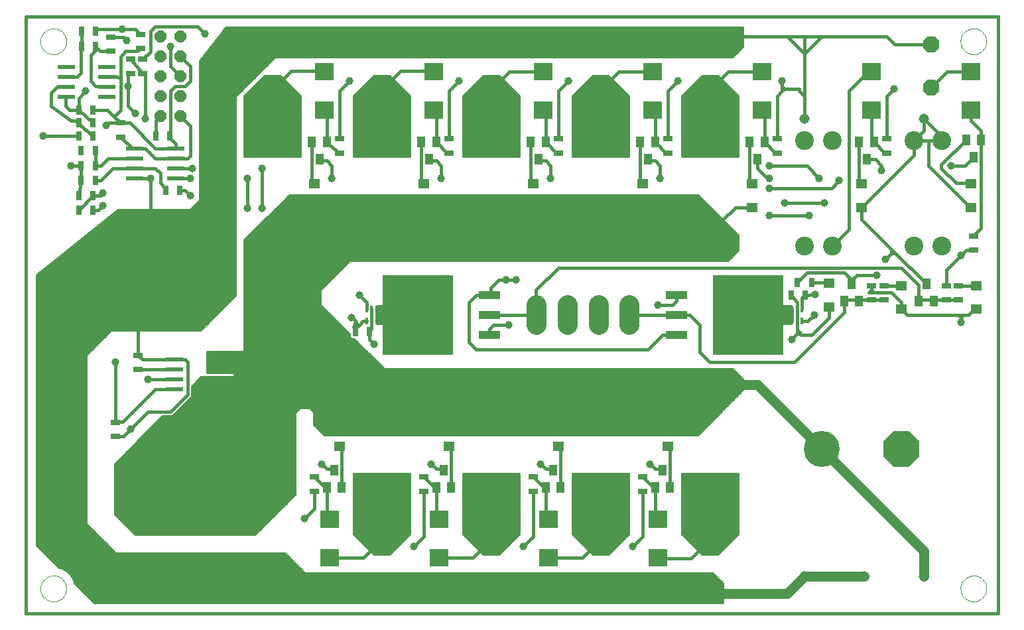
<source format=gtl>
G75*
G70*
%OFA0B0*%
%FSLAX24Y24*%
%IPPOS*%
%LPD*%
%AMOC8*
5,1,8,0,0,1.08239X$1,22.5*
%
%ADD10C,0.0160*%
%ADD11R,0.0625X0.1000*%
%ADD12R,0.0750X0.1000*%
%ADD13R,0.0394X0.0551*%
%ADD14R,0.0472X0.0315*%
%ADD15R,0.0315X0.0472*%
%ADD16R,0.0945X0.0866*%
%ADD17R,0.0551X0.0472*%
%ADD18R,0.1060X0.0400*%
%ADD19R,0.3520X0.4000*%
%ADD20R,0.0866X0.0236*%
%ADD21C,0.0945*%
%ADD22OC8,0.0827*%
%ADD23C,0.1004*%
%ADD24R,0.0870X0.0240*%
%ADD25C,0.1810*%
%ADD26OC8,0.1810*%
%ADD27R,0.0157X0.0354*%
%ADD28C,0.0515*%
%ADD29OC8,0.0600*%
%ADD30C,0.0000*%
%ADD31C,0.0827*%
%ADD32C,0.0396*%
%ADD33C,0.0500*%
D10*
X000180Y000180D02*
X000180Y030176D01*
X049050Y030176D01*
X049050Y000180D01*
X000180Y000180D01*
X002650Y001710D02*
X002608Y001866D01*
X002459Y002124D01*
X002249Y002334D01*
X001991Y002483D01*
X001835Y002525D01*
X000740Y003620D01*
X000740Y017178D01*
X004805Y020430D01*
X008430Y020430D01*
X008930Y020930D01*
X008930Y027930D01*
X010241Y029616D01*
X036180Y029616D01*
X036180Y028680D01*
X035680Y028180D01*
X012680Y028180D01*
X010680Y026180D01*
X010680Y016180D01*
X008930Y014430D01*
X004430Y014430D01*
X003180Y013180D01*
X003180Y004680D01*
X004680Y003180D01*
X013180Y003180D01*
X014180Y002180D01*
X034680Y002180D01*
X035180Y001680D01*
X035180Y000740D01*
X003620Y000740D01*
X002650Y001710D01*
X002635Y001765D02*
X035095Y001765D01*
X035180Y001607D02*
X002753Y001607D01*
X002912Y001448D02*
X035180Y001448D01*
X035180Y001290D02*
X003070Y001290D01*
X003229Y001131D02*
X035180Y001131D01*
X035180Y000973D02*
X003387Y000973D01*
X003546Y000814D02*
X035180Y000814D01*
X034555Y001180D02*
X034430Y001305D01*
X034430Y001597D01*
X034778Y002082D02*
X002483Y002082D01*
X002575Y001924D02*
X034936Y001924D01*
X033597Y002930D02*
X031930Y002930D01*
X031180Y004055D02*
X030680Y003555D01*
X030076Y003826D02*
X028034Y003826D01*
X027876Y003984D02*
X030234Y003984D01*
X030393Y004143D02*
X027717Y004143D01*
X027680Y004180D02*
X027680Y007180D01*
X030430Y007180D01*
X030430Y004180D01*
X029430Y003180D01*
X028680Y003180D01*
X027680Y004180D01*
X027680Y004301D02*
X030430Y004301D01*
X030430Y004460D02*
X027680Y004460D01*
X027680Y004618D02*
X030430Y004618D01*
X030430Y004777D02*
X027680Y004777D01*
X027680Y004935D02*
X030430Y004935D01*
X030430Y005094D02*
X027680Y005094D01*
X027680Y005252D02*
X030430Y005252D01*
X030430Y005411D02*
X027680Y005411D01*
X027680Y005569D02*
X030430Y005569D01*
X030430Y005728D02*
X027680Y005728D01*
X027680Y005886D02*
X030430Y005886D01*
X030430Y006045D02*
X027680Y006045D01*
X027680Y006203D02*
X030430Y006203D01*
X030430Y006362D02*
X027680Y006362D01*
X027680Y006520D02*
X030430Y006520D01*
X030430Y006679D02*
X027680Y006679D01*
X027680Y006837D02*
X030430Y006837D01*
X030430Y006996D02*
X027680Y006996D01*
X027680Y007154D02*
X030430Y007154D01*
X031180Y007034D02*
X031717Y006497D01*
X031806Y006497D01*
X031806Y005020D01*
X031930Y004896D01*
X031180Y004055D02*
X031180Y006326D01*
X032554Y006497D02*
X032554Y008715D01*
X032430Y008589D01*
X031555Y007680D02*
X031805Y007430D01*
X032113Y007430D01*
X032180Y007363D01*
X033180Y007180D02*
X035930Y007180D01*
X035930Y004180D01*
X034930Y003180D01*
X034180Y003180D01*
X033180Y004180D01*
X033180Y007180D01*
X033180Y007154D02*
X035930Y007154D01*
X035930Y006996D02*
X033180Y006996D01*
X033180Y006837D02*
X035930Y006837D01*
X035930Y006679D02*
X033180Y006679D01*
X033180Y006520D02*
X035930Y006520D01*
X035930Y006362D02*
X033180Y006362D01*
X033180Y006203D02*
X035930Y006203D01*
X035930Y006045D02*
X033180Y006045D01*
X033180Y005886D02*
X035930Y005886D01*
X035930Y005728D02*
X033180Y005728D01*
X033180Y005569D02*
X035930Y005569D01*
X035930Y005411D02*
X033180Y005411D01*
X033180Y005252D02*
X035930Y005252D01*
X035930Y005094D02*
X033180Y005094D01*
X033180Y004935D02*
X035930Y004935D01*
X035930Y004777D02*
X033180Y004777D01*
X033180Y004618D02*
X035930Y004618D01*
X035930Y004460D02*
X033180Y004460D01*
X033180Y004301D02*
X035930Y004301D01*
X035893Y004143D02*
X033217Y004143D01*
X033376Y003984D02*
X035734Y003984D01*
X035576Y003826D02*
X033534Y003826D01*
X033693Y003667D02*
X035417Y003667D01*
X035259Y003509D02*
X033851Y003509D01*
X034010Y003350D02*
X035100Y003350D01*
X034942Y003192D02*
X034168Y003192D01*
X034430Y003763D02*
X033597Y002930D01*
X029917Y003667D02*
X028193Y003667D01*
X028351Y003509D02*
X029759Y003509D01*
X029600Y003350D02*
X028510Y003350D01*
X028668Y003192D02*
X029442Y003192D01*
X028930Y003763D02*
X028131Y002964D01*
X026430Y002964D01*
X025680Y004055D02*
X025180Y003555D01*
X024734Y003984D02*
X022376Y003984D01*
X022534Y003826D02*
X024576Y003826D01*
X024417Y003667D02*
X022693Y003667D01*
X022851Y003509D02*
X024259Y003509D01*
X024100Y003350D02*
X023010Y003350D01*
X023168Y003192D02*
X023942Y003192D01*
X023930Y003180D02*
X023180Y003180D01*
X022180Y004180D01*
X022180Y007180D01*
X024930Y007180D01*
X024930Y004180D01*
X023930Y003180D01*
X023430Y003763D02*
X022631Y002964D01*
X020930Y002964D01*
X020180Y004055D02*
X019680Y003555D01*
X019076Y003826D02*
X017034Y003826D01*
X016876Y003984D02*
X019234Y003984D01*
X019393Y004143D02*
X016717Y004143D01*
X016680Y004180D02*
X016680Y007180D01*
X019430Y007180D01*
X019430Y004180D01*
X018430Y003180D01*
X017680Y003180D01*
X016680Y004180D01*
X016680Y004301D02*
X019430Y004301D01*
X019430Y004460D02*
X016680Y004460D01*
X016680Y004618D02*
X019430Y004618D01*
X019430Y004777D02*
X016680Y004777D01*
X016680Y004935D02*
X019430Y004935D01*
X019430Y005094D02*
X016680Y005094D01*
X016680Y005252D02*
X019430Y005252D01*
X019430Y005411D02*
X016680Y005411D01*
X016680Y005569D02*
X019430Y005569D01*
X019430Y005728D02*
X016680Y005728D01*
X016680Y005886D02*
X019430Y005886D01*
X019430Y006045D02*
X016680Y006045D01*
X016680Y006203D02*
X019430Y006203D01*
X019430Y006362D02*
X016680Y006362D01*
X016680Y006520D02*
X019430Y006520D01*
X019430Y006679D02*
X016680Y006679D01*
X016680Y006837D02*
X019430Y006837D01*
X019430Y006996D02*
X016680Y006996D01*
X016680Y007154D02*
X019430Y007154D01*
X020180Y007034D02*
X020717Y006497D01*
X020806Y006497D01*
X020806Y005020D01*
X020930Y004896D01*
X020180Y004055D02*
X020180Y006326D01*
X021554Y006497D02*
X021554Y008715D01*
X021430Y008589D01*
X020555Y007680D02*
X020805Y007430D01*
X021113Y007430D01*
X021180Y007363D01*
X022180Y007154D02*
X024930Y007154D01*
X024930Y006996D02*
X022180Y006996D01*
X022180Y006837D02*
X024930Y006837D01*
X024930Y006679D02*
X022180Y006679D01*
X022180Y006520D02*
X024930Y006520D01*
X024930Y006362D02*
X022180Y006362D01*
X022180Y006203D02*
X024930Y006203D01*
X024930Y006045D02*
X022180Y006045D01*
X022180Y005886D02*
X024930Y005886D01*
X024930Y005728D02*
X022180Y005728D01*
X022180Y005569D02*
X024930Y005569D01*
X024930Y005411D02*
X022180Y005411D01*
X022180Y005252D02*
X024930Y005252D01*
X024930Y005094D02*
X022180Y005094D01*
X022180Y004935D02*
X024930Y004935D01*
X024930Y004777D02*
X022180Y004777D01*
X022180Y004618D02*
X024930Y004618D01*
X024930Y004460D02*
X022180Y004460D01*
X022180Y004301D02*
X024930Y004301D01*
X024893Y004143D02*
X022217Y004143D01*
X018917Y003667D02*
X017193Y003667D01*
X017351Y003509D02*
X018759Y003509D01*
X018600Y003350D02*
X017510Y003350D01*
X017668Y003192D02*
X018442Y003192D01*
X017930Y003763D02*
X017131Y002964D01*
X015430Y002964D01*
X014119Y002241D02*
X002343Y002241D01*
X002137Y002399D02*
X013961Y002399D01*
X013802Y002558D02*
X001802Y002558D01*
X001644Y002716D02*
X013644Y002716D01*
X013485Y002875D02*
X001485Y002875D01*
X001327Y003033D02*
X013327Y003033D01*
X011680Y004180D02*
X005680Y004180D01*
X004680Y005180D01*
X004680Y007680D01*
X007038Y010065D01*
X007478Y010065D01*
X007566Y010102D01*
X007633Y010169D01*
X008508Y011044D01*
X008545Y011132D01*
X008545Y011590D01*
X008980Y012030D01*
X013080Y012030D01*
X013680Y011430D01*
X013680Y006180D01*
X011680Y004180D01*
X011801Y004301D02*
X005559Y004301D01*
X005400Y004460D02*
X011960Y004460D01*
X012118Y004618D02*
X005242Y004618D01*
X005083Y004777D02*
X012277Y004777D01*
X012435Y004935D02*
X004925Y004935D01*
X004766Y005094D02*
X012594Y005094D01*
X012752Y005252D02*
X004680Y005252D01*
X004680Y005411D02*
X012911Y005411D01*
X013069Y005569D02*
X004680Y005569D01*
X004680Y005728D02*
X013228Y005728D01*
X013386Y005886D02*
X004680Y005886D01*
X004680Y006045D02*
X013545Y006045D01*
X013680Y006203D02*
X004680Y006203D01*
X004680Y006362D02*
X013680Y006362D01*
X013680Y006520D02*
X004680Y006520D01*
X004680Y006679D02*
X013680Y006679D01*
X013680Y006837D02*
X004680Y006837D01*
X004680Y006996D02*
X013680Y006996D01*
X013680Y007154D02*
X004680Y007154D01*
X004680Y007313D02*
X013680Y007313D01*
X013680Y007471D02*
X004680Y007471D01*
X004680Y007630D02*
X013680Y007630D01*
X013680Y007788D02*
X004787Y007788D01*
X004943Y007947D02*
X013680Y007947D01*
X013680Y008105D02*
X005100Y008105D01*
X005257Y008264D02*
X013680Y008264D01*
X013680Y008422D02*
X005413Y008422D01*
X005570Y008581D02*
X013680Y008581D01*
X013680Y008739D02*
X005727Y008739D01*
X005884Y008898D02*
X013680Y008898D01*
X013680Y009056D02*
X006040Y009056D01*
X006197Y009215D02*
X013680Y009215D01*
X013680Y009373D02*
X006354Y009373D01*
X006510Y009532D02*
X013680Y009532D01*
X013680Y009690D02*
X006667Y009690D01*
X006824Y009849D02*
X013680Y009849D01*
X013680Y010007D02*
X006980Y010007D01*
X007430Y010305D02*
X006305Y010305D01*
X005430Y009430D01*
X005076Y009076D01*
X004680Y009076D01*
X004680Y009784D02*
X004701Y009805D01*
X005055Y009805D01*
X006680Y011430D01*
X007656Y011430D01*
X008305Y011180D02*
X007430Y010305D01*
X007630Y010166D02*
X013680Y010166D01*
X013555Y010180D02*
X010680Y010180D01*
X010680Y012305D01*
X009305Y012305D01*
X009305Y013305D01*
X014680Y013305D01*
X014680Y010305D01*
X014430Y010555D01*
X013930Y010555D01*
X013555Y010180D01*
X013680Y010324D02*
X007788Y010324D01*
X007947Y010483D02*
X013680Y010483D01*
X013680Y010641D02*
X008105Y010641D01*
X008264Y010800D02*
X013680Y010800D01*
X013680Y010958D02*
X008422Y010958D01*
X008538Y011117D02*
X013680Y011117D01*
X013680Y011275D02*
X008545Y011275D01*
X008545Y011434D02*
X013676Y011434D01*
X013518Y011592D02*
X008547Y011592D01*
X008704Y011751D02*
X013359Y011751D01*
X013201Y011909D02*
X008860Y011909D01*
X009305Y012385D02*
X014680Y012385D01*
X014680Y012543D02*
X009305Y012543D01*
X009305Y012702D02*
X014680Y012702D01*
X014680Y012860D02*
X009305Y012860D01*
X009305Y013019D02*
X014680Y013019D01*
X014680Y013177D02*
X009305Y013177D01*
X008305Y012805D02*
X008305Y011180D01*
X007656Y011930D02*
X006305Y011930D01*
X005805Y012451D02*
X007659Y012451D01*
X007680Y012430D01*
X007656Y012430D01*
X007656Y012930D02*
X006034Y012930D01*
X005805Y013159D01*
X005805Y014680D01*
X004287Y014287D02*
X000740Y014287D01*
X000740Y014445D02*
X008945Y014445D01*
X009104Y014604D02*
X000740Y014604D01*
X000740Y014762D02*
X009262Y014762D01*
X009421Y014921D02*
X000740Y014921D01*
X000740Y015079D02*
X009579Y015079D01*
X009738Y015238D02*
X000740Y015238D01*
X000740Y015396D02*
X009896Y015396D01*
X010055Y015555D02*
X000740Y015555D01*
X000740Y015713D02*
X010213Y015713D01*
X010372Y015872D02*
X000740Y015872D01*
X000740Y016030D02*
X010530Y016030D01*
X010680Y016189D02*
X000740Y016189D01*
X000740Y016347D02*
X010680Y016347D01*
X010680Y016506D02*
X000740Y016506D01*
X000740Y016664D02*
X010680Y016664D01*
X010680Y016823D02*
X000740Y016823D01*
X000740Y016981D02*
X010680Y016981D01*
X010680Y017140D02*
X000740Y017140D01*
X000890Y017298D02*
X010680Y017298D01*
X010680Y017457D02*
X001088Y017457D01*
X001286Y017615D02*
X010680Y017615D01*
X010680Y017774D02*
X001484Y017774D01*
X001683Y017932D02*
X010680Y017932D01*
X010680Y018091D02*
X001881Y018091D01*
X002079Y018249D02*
X010680Y018249D01*
X010680Y018408D02*
X002277Y018408D01*
X002475Y018566D02*
X010680Y018566D01*
X010680Y018725D02*
X002673Y018725D01*
X002871Y018883D02*
X010680Y018883D01*
X010680Y019042D02*
X003069Y019042D01*
X003268Y019200D02*
X010680Y019200D01*
X010680Y019359D02*
X003466Y019359D01*
X003664Y019517D02*
X010680Y019517D01*
X010680Y019676D02*
X003862Y019676D01*
X004060Y019834D02*
X010680Y019834D01*
X010680Y019993D02*
X004258Y019993D01*
X004456Y020151D02*
X010680Y020151D01*
X010680Y020310D02*
X004654Y020310D01*
X004055Y020680D02*
X003805Y020430D01*
X003534Y020430D01*
X002826Y020430D02*
X003555Y021180D01*
X003534Y021180D01*
X003555Y021180D02*
X003930Y021180D01*
X004055Y021305D01*
X003930Y021930D02*
X003659Y021930D01*
X003930Y021930D02*
X004555Y022555D01*
X005650Y022555D01*
X006680Y022555D01*
X006930Y022305D01*
X006930Y021805D01*
X007180Y021555D01*
X007201Y021430D01*
X007909Y021430D02*
X008180Y021430D01*
X008430Y021180D01*
X008930Y021102D02*
X010680Y021102D01*
X010680Y020944D02*
X008930Y020944D01*
X008785Y020785D02*
X010680Y020785D01*
X010680Y020627D02*
X008627Y020627D01*
X008468Y020468D02*
X010680Y020468D01*
X011305Y020555D02*
X011305Y022055D01*
X010680Y022053D02*
X008930Y022053D01*
X008930Y021895D02*
X010680Y021895D01*
X010680Y021736D02*
X008930Y021736D01*
X008930Y021578D02*
X010680Y021578D01*
X010680Y021419D02*
X008930Y021419D01*
X008930Y021261D02*
X010680Y021261D01*
X010680Y022212D02*
X008930Y022212D01*
X008930Y022370D02*
X010680Y022370D01*
X010680Y022529D02*
X008930Y022529D01*
X008930Y022687D02*
X010680Y022687D01*
X010680Y022846D02*
X008930Y022846D01*
X008930Y023004D02*
X010680Y023004D01*
X010680Y023163D02*
X008930Y023163D01*
X008930Y023321D02*
X010680Y023321D01*
X010680Y023480D02*
X008930Y023480D01*
X008930Y023638D02*
X010680Y023638D01*
X010680Y023797D02*
X008930Y023797D01*
X008930Y023955D02*
X010680Y023955D01*
X010680Y024114D02*
X008930Y024114D01*
X008930Y024272D02*
X010680Y024272D01*
X010680Y024431D02*
X008930Y024431D01*
X008930Y024589D02*
X010680Y024589D01*
X010680Y024748D02*
X008930Y024748D01*
X008930Y024906D02*
X010680Y024906D01*
X010680Y025065D02*
X008930Y025065D01*
X008930Y025223D02*
X010680Y025223D01*
X010680Y025382D02*
X008930Y025382D01*
X008930Y025540D02*
X010680Y025540D01*
X010680Y025699D02*
X008930Y025699D01*
X008930Y025857D02*
X010680Y025857D01*
X010680Y026016D02*
X008930Y026016D01*
X008930Y026174D02*
X010680Y026174D01*
X010833Y026333D02*
X008930Y026333D01*
X008930Y026491D02*
X010991Y026491D01*
X011150Y026650D02*
X008930Y026650D01*
X008930Y026808D02*
X011308Y026808D01*
X011467Y026967D02*
X008930Y026967D01*
X008930Y027125D02*
X011625Y027125D01*
X011784Y027284D02*
X008930Y027284D01*
X008930Y027442D02*
X011942Y027442D01*
X012101Y027601D02*
X008930Y027601D01*
X008930Y027759D02*
X012259Y027759D01*
X012418Y027918D02*
X008930Y027918D01*
X009044Y028076D02*
X012576Y028076D01*
X013513Y027430D02*
X015180Y027430D01*
X015180Y027396D01*
X015930Y026430D02*
X016430Y026930D01*
X015930Y026430D02*
X015930Y024034D01*
X015383Y023784D02*
X015304Y023863D01*
X015304Y025340D01*
X015180Y025464D01*
X013930Y025540D02*
X011180Y025540D01*
X011180Y025382D02*
X013930Y025382D01*
X013930Y025223D02*
X011180Y025223D01*
X011180Y025065D02*
X013930Y025065D01*
X013930Y024906D02*
X011180Y024906D01*
X011180Y024748D02*
X013930Y024748D01*
X013930Y024589D02*
X011180Y024589D01*
X011180Y024431D02*
X013930Y024431D01*
X013930Y024272D02*
X011180Y024272D01*
X011180Y024114D02*
X013930Y024114D01*
X013930Y023955D02*
X011180Y023955D01*
X011180Y023797D02*
X013930Y023797D01*
X013930Y023638D02*
X011180Y023638D01*
X011180Y023480D02*
X013930Y023480D01*
X013930Y023321D02*
X011180Y023321D01*
X011180Y023180D02*
X013930Y023180D01*
X013930Y026180D01*
X012930Y027180D01*
X012180Y027180D01*
X011180Y026180D01*
X011180Y023180D01*
X012055Y022555D02*
X012055Y020555D01*
X012401Y020151D02*
X034959Y020151D01*
X035117Y019993D02*
X012243Y019993D01*
X012084Y019834D02*
X035276Y019834D01*
X035180Y019930D02*
X035839Y020589D01*
X036680Y020589D01*
X037555Y020180D02*
X039555Y020180D01*
X040305Y020805D02*
X038305Y020805D01*
X037555Y021555D02*
X040680Y021555D01*
X041055Y021930D01*
X042056Y021895D02*
X042180Y021771D01*
X042056Y021895D02*
X042056Y023863D01*
X042680Y023987D02*
X042804Y023863D01*
X043341Y023326D01*
X043430Y023326D01*
X042863Y022997D02*
X042430Y022997D01*
X042863Y022997D02*
X043180Y022680D01*
X043180Y022430D01*
X044805Y023214D02*
X042180Y020589D01*
X042180Y019988D01*
X043784Y018384D01*
X043380Y017980D01*
X043730Y018280D02*
X043830Y018280D01*
X043784Y018384D02*
X045430Y016738D01*
X045056Y016679D02*
X044180Y017555D01*
X026930Y017555D01*
X025805Y016430D01*
X025805Y015216D01*
X025841Y015180D01*
X023490Y015180D01*
X023680Y014680D02*
X024430Y014680D01*
X023680Y014680D02*
X023490Y014490D01*
X023490Y014180D01*
X022805Y013430D02*
X031430Y013430D01*
X032180Y014180D01*
X032870Y014180D01*
X033555Y015180D02*
X034055Y014680D01*
X034055Y013305D01*
X034555Y012805D01*
X038805Y012805D01*
X041306Y015306D01*
X041306Y015872D01*
X041385Y015951D01*
X042680Y015951D01*
X043305Y015951D01*
X043680Y016305D02*
X042805Y016305D01*
X042555Y016305D01*
X042680Y016430D01*
X042805Y016305D01*
X042680Y016430D02*
X042680Y016659D01*
X043305Y016659D02*
X044166Y016659D01*
X044180Y016646D01*
X043680Y016305D02*
X044180Y015805D01*
X044180Y015464D01*
X044464Y015180D01*
X047055Y015180D01*
X047180Y015055D01*
X047305Y015180D01*
X047555Y015180D01*
X047839Y015464D01*
X047930Y015464D01*
X047305Y015180D02*
X047180Y015180D01*
X047180Y015055D01*
X047180Y014805D01*
X047180Y015180D02*
X047055Y015180D01*
X047055Y015951D02*
X046430Y015951D01*
X045135Y015951D01*
X045056Y015872D01*
X045056Y016679D01*
X046430Y016659D02*
X046430Y017430D01*
X047180Y018180D01*
X047451Y018451D01*
X047805Y018451D01*
X047805Y019159D02*
X047805Y019180D01*
X048180Y019555D01*
X048180Y024305D01*
X048179Y024304D01*
X048179Y023988D01*
X048180Y024305D02*
X048180Y024430D01*
X047680Y024930D01*
X047680Y025464D01*
X047431Y023988D02*
X046180Y022737D01*
X046180Y022555D01*
X046930Y021805D01*
X047680Y021805D01*
X047680Y021771D01*
X047363Y022680D02*
X046680Y022680D01*
X047363Y022680D02*
X047805Y023122D01*
X046205Y023930D02*
X046205Y024155D01*
X045305Y025055D01*
X045305Y024430D01*
X044805Y023930D01*
X044805Y023214D01*
X044805Y023930D02*
X045555Y023930D01*
X045555Y022680D01*
X047680Y020555D01*
X047680Y020589D01*
X043680Y018480D02*
X043680Y018330D01*
X042930Y017180D02*
X041930Y017180D01*
X041680Y016930D01*
X041305Y017305D01*
X039451Y017305D01*
X038951Y016805D01*
X038930Y016805D01*
X039659Y016805D02*
X040555Y016805D01*
X040555Y016771D01*
X039830Y016205D02*
X039334Y016180D01*
X039186Y016032D01*
X039186Y015495D01*
X038930Y015826D02*
X038626Y016180D01*
X038930Y015826D02*
X038930Y014865D01*
X038930Y014430D01*
X038930Y014230D01*
X039180Y014180D01*
X039030Y014330D01*
X038930Y014230D01*
X038680Y013980D01*
X038680Y013930D01*
X039180Y014180D02*
X039680Y014180D01*
X040555Y015055D01*
X040555Y015589D01*
X039805Y015180D02*
X039490Y014865D01*
X039186Y014865D01*
X038930Y014430D02*
X039030Y014330D01*
X038674Y014865D02*
X038674Y015495D01*
X036490Y015495D01*
X036490Y015180D01*
X038055Y014930D02*
X038055Y014805D01*
X041680Y016738D02*
X041680Y016930D01*
X040705Y018630D02*
X041555Y019480D01*
X041555Y026430D01*
X042521Y027396D01*
X042680Y027396D01*
X043805Y026555D02*
X043430Y026180D01*
X043430Y024034D01*
X042680Y023987D02*
X042680Y025464D01*
X045680Y026597D02*
X046479Y027396D01*
X047680Y027396D01*
X045680Y028763D02*
X043847Y028763D01*
X043430Y029180D01*
X040180Y029180D01*
X039305Y028305D01*
X038430Y029180D01*
X035097Y029180D01*
X034680Y028763D01*
X034680Y028680D02*
X034930Y028930D01*
X035430Y028930D01*
X035893Y028393D02*
X009290Y028393D01*
X009167Y028235D02*
X035735Y028235D01*
X036052Y028552D02*
X009413Y028552D01*
X009537Y028710D02*
X036180Y028710D01*
X036180Y028869D02*
X009660Y028869D01*
X009783Y029027D02*
X036180Y029027D01*
X036180Y029186D02*
X009907Y029186D01*
X010030Y029344D02*
X036180Y029344D01*
X036180Y029503D02*
X010153Y029503D01*
X009180Y029305D02*
X008805Y029680D01*
X006680Y029680D01*
X006430Y029430D01*
X006430Y028409D01*
X006055Y028034D01*
X005784Y028430D02*
X005180Y028430D01*
X004930Y028155D01*
X004930Y027080D01*
X004930Y025480D01*
X004607Y025157D01*
X004284Y025480D01*
X003534Y025480D01*
X003534Y024830D02*
X002826Y025480D01*
X002380Y025480D01*
X002180Y025680D01*
X002180Y026104D01*
X002206Y026130D01*
X002206Y026630D02*
X001730Y026630D01*
X001430Y026330D01*
X001430Y025680D01*
X002430Y024930D01*
X002680Y024930D01*
X002805Y024805D01*
X002805Y024930D01*
X002826Y024830D01*
X002805Y024805D02*
X002826Y024784D01*
X003534Y024180D01*
X002826Y024180D02*
X001055Y024180D01*
X002826Y025480D02*
X002826Y026076D01*
X003180Y026430D01*
X003430Y026930D02*
X003430Y028230D01*
X003684Y028484D01*
X003684Y028680D01*
X003914Y028451D01*
X004430Y028451D01*
X005076Y029159D02*
X005255Y028980D01*
X005076Y029159D02*
X004430Y029159D01*
X003880Y029555D02*
X003684Y029559D01*
X003684Y029430D01*
X003880Y029555D02*
X005005Y029555D01*
X005659Y029555D01*
X005930Y029284D01*
X005930Y028576D02*
X005784Y028430D01*
X005430Y028034D02*
X006055Y027326D01*
X006180Y027201D01*
X006180Y025055D01*
X006701Y024951D02*
X006930Y025180D01*
X006701Y024951D02*
X006701Y024180D01*
X006680Y023555D02*
X007710Y023555D01*
X007710Y023775D01*
X007430Y024055D01*
X007430Y024180D01*
X007430Y026430D01*
X007680Y026680D01*
X008180Y026680D01*
X008430Y026930D01*
X008430Y027680D01*
X007930Y028180D01*
X007430Y027680D02*
X007430Y028680D01*
X007430Y027680D02*
X007930Y027180D01*
X005430Y027326D02*
X005305Y027326D01*
X005305Y026680D01*
X005305Y025680D01*
X005680Y025305D01*
X005401Y024834D02*
X004930Y024834D01*
X004607Y025157D01*
X004334Y024834D02*
X004930Y024834D01*
X005401Y024834D02*
X006680Y023555D01*
X006180Y023555D02*
X005650Y023555D01*
X005555Y023555D01*
X004930Y024126D01*
X004334Y024834D02*
X004205Y024705D01*
X003659Y023430D02*
X003659Y022680D01*
X003930Y022680D01*
X004305Y023055D01*
X005650Y023055D01*
X006180Y023555D02*
X006680Y023055D01*
X007710Y023055D01*
X008305Y023055D01*
X008430Y023180D01*
X008430Y024680D01*
X007930Y025180D01*
X007430Y024180D02*
X007409Y024180D01*
X007710Y022555D02*
X008555Y022555D01*
X008430Y022055D02*
X007710Y022055D01*
X006430Y022055D02*
X006430Y019680D01*
X006430Y022055D02*
X005650Y022055D01*
X002951Y021930D02*
X002826Y021180D01*
X002951Y021930D02*
X002951Y022680D01*
X002430Y022680D01*
X003680Y026680D02*
X003430Y026930D01*
X003680Y026680D02*
X004254Y026630D01*
X004254Y027130D02*
X004304Y027180D01*
X004680Y027180D01*
X004930Y027080D01*
X002930Y027330D02*
X002930Y028576D01*
X002976Y028680D01*
X002976Y029430D01*
X002930Y027330D02*
X002730Y027130D01*
X002206Y027130D01*
X011180Y026174D02*
X013930Y026174D01*
X013930Y026016D02*
X011180Y026016D01*
X011180Y025857D02*
X013930Y025857D01*
X013930Y025699D02*
X011180Y025699D01*
X011333Y026333D02*
X013777Y026333D01*
X013619Y026491D02*
X011491Y026491D01*
X011650Y026650D02*
X013460Y026650D01*
X013302Y026808D02*
X011808Y026808D01*
X011967Y026967D02*
X013143Y026967D01*
X012985Y027125D02*
X012125Y027125D01*
X012680Y026597D02*
X013513Y027430D01*
X016680Y026180D02*
X017680Y027180D01*
X018430Y027180D01*
X019430Y026180D01*
X019430Y023180D01*
X016680Y023180D01*
X016680Y026180D01*
X016680Y026174D02*
X019430Y026174D01*
X019430Y026016D02*
X016680Y026016D01*
X016680Y025857D02*
X019430Y025857D01*
X019430Y025699D02*
X016680Y025699D01*
X016680Y025540D02*
X019430Y025540D01*
X019430Y025382D02*
X016680Y025382D01*
X016680Y025223D02*
X019430Y025223D01*
X019430Y025065D02*
X016680Y025065D01*
X016680Y024906D02*
X019430Y024906D01*
X019430Y024748D02*
X016680Y024748D01*
X016680Y024589D02*
X019430Y024589D01*
X019430Y024431D02*
X016680Y024431D01*
X016680Y024272D02*
X019430Y024272D01*
X019430Y024114D02*
X016680Y024114D01*
X016680Y023955D02*
X019430Y023955D01*
X019430Y023797D02*
X016680Y023797D01*
X016680Y023638D02*
X019430Y023638D01*
X019430Y023480D02*
X016680Y023480D01*
X016680Y023321D02*
X019430Y023321D01*
X020056Y023863D02*
X020056Y021645D01*
X020180Y021771D01*
X021055Y022055D02*
X021055Y022680D01*
X020805Y022930D01*
X020497Y022930D01*
X020430Y022997D01*
X020804Y023863D02*
X021341Y023326D01*
X021430Y023326D01*
X022180Y023321D02*
X024930Y023321D01*
X024930Y023180D02*
X022180Y023180D01*
X022180Y026180D01*
X023180Y027180D01*
X023930Y027180D01*
X024930Y026180D01*
X024930Y023180D01*
X024930Y023480D02*
X022180Y023480D01*
X022180Y023638D02*
X024930Y023638D01*
X024930Y023797D02*
X022180Y023797D01*
X022180Y023955D02*
X024930Y023955D01*
X024930Y024114D02*
X022180Y024114D01*
X022180Y024272D02*
X024930Y024272D01*
X024930Y024431D02*
X022180Y024431D01*
X022180Y024589D02*
X024930Y024589D01*
X024930Y024748D02*
X022180Y024748D01*
X022180Y024906D02*
X024930Y024906D01*
X024930Y025065D02*
X022180Y025065D01*
X022180Y025223D02*
X024930Y025223D01*
X024930Y025382D02*
X022180Y025382D01*
X022180Y025540D02*
X024930Y025540D01*
X024930Y025699D02*
X022180Y025699D01*
X022180Y025857D02*
X024930Y025857D01*
X024930Y026016D02*
X022180Y026016D01*
X022180Y026174D02*
X024930Y026174D01*
X024777Y026333D02*
X022333Y026333D01*
X022491Y026491D02*
X024619Y026491D01*
X024460Y026650D02*
X022650Y026650D01*
X022808Y026808D02*
X024302Y026808D01*
X024143Y026967D02*
X022967Y026967D01*
X023125Y027125D02*
X023985Y027125D01*
X024479Y027396D02*
X026180Y027396D01*
X026930Y026430D02*
X027430Y026930D01*
X026930Y026430D02*
X026930Y024034D01*
X026304Y023863D02*
X026304Y025306D01*
X025930Y025680D01*
X025964Y025680D01*
X026180Y025464D01*
X027680Y025540D02*
X030430Y025540D01*
X030430Y025382D02*
X027680Y025382D01*
X027680Y025223D02*
X030430Y025223D01*
X030430Y025065D02*
X027680Y025065D01*
X027680Y024906D02*
X030430Y024906D01*
X030430Y024748D02*
X027680Y024748D01*
X027680Y024589D02*
X030430Y024589D01*
X030430Y024431D02*
X027680Y024431D01*
X027680Y024272D02*
X030430Y024272D01*
X030430Y024114D02*
X027680Y024114D01*
X027680Y023955D02*
X030430Y023955D01*
X030430Y023797D02*
X027680Y023797D01*
X027680Y023638D02*
X030430Y023638D01*
X030430Y023480D02*
X027680Y023480D01*
X027680Y023321D02*
X030430Y023321D01*
X030430Y023180D02*
X027680Y023180D01*
X027680Y026180D01*
X028680Y027180D01*
X029430Y027180D01*
X030430Y026180D01*
X030430Y023180D01*
X031056Y023863D02*
X031056Y021645D01*
X031180Y021771D01*
X032055Y022055D02*
X032055Y022680D01*
X031805Y022930D01*
X031363Y022930D01*
X031430Y022997D01*
X031804Y023863D02*
X032341Y023326D01*
X032430Y023326D01*
X033180Y023321D02*
X035930Y023321D01*
X035930Y023180D02*
X033180Y023180D01*
X033180Y026180D01*
X034180Y027180D01*
X034930Y027180D01*
X035930Y026180D01*
X035930Y023180D01*
X035930Y023480D02*
X033180Y023480D01*
X033180Y023638D02*
X035930Y023638D01*
X035930Y023797D02*
X033180Y023797D01*
X033180Y023955D02*
X035930Y023955D01*
X035930Y024114D02*
X033180Y024114D01*
X033180Y024272D02*
X035930Y024272D01*
X035930Y024431D02*
X033180Y024431D01*
X033180Y024589D02*
X035930Y024589D01*
X035930Y024748D02*
X033180Y024748D01*
X033180Y024906D02*
X035930Y024906D01*
X035930Y025065D02*
X033180Y025065D01*
X033180Y025223D02*
X035930Y025223D01*
X035930Y025382D02*
X033180Y025382D01*
X033180Y025540D02*
X035930Y025540D01*
X035930Y025699D02*
X033180Y025699D01*
X033180Y025857D02*
X035930Y025857D01*
X035930Y026016D02*
X033180Y026016D01*
X033180Y026174D02*
X035930Y026174D01*
X035777Y026333D02*
X033333Y026333D01*
X033491Y026491D02*
X035619Y026491D01*
X035460Y026650D02*
X033650Y026650D01*
X033808Y026808D02*
X035302Y026808D01*
X035143Y026967D02*
X033967Y026967D01*
X034125Y027125D02*
X034985Y027125D01*
X035479Y027396D02*
X037180Y027396D01*
X038180Y026930D02*
X038180Y026680D01*
X038305Y026555D01*
X039055Y026555D01*
X039055Y026430D01*
X039305Y026180D01*
X039305Y028305D01*
X039305Y029180D01*
X038430Y029180D01*
X039305Y029180D02*
X040180Y029180D01*
X038180Y026680D02*
X038180Y026430D01*
X038305Y026555D01*
X038180Y026430D02*
X037930Y026180D01*
X037930Y024034D01*
X037304Y023863D02*
X037304Y025340D01*
X037180Y025464D01*
X039305Y025055D02*
X039305Y026180D01*
X035479Y027396D02*
X034680Y026597D01*
X032930Y026930D02*
X032430Y026430D01*
X032430Y024034D01*
X031804Y023863D02*
X031804Y025340D01*
X031680Y025464D01*
X030430Y025699D02*
X027680Y025699D01*
X027680Y025857D02*
X030430Y025857D01*
X030430Y026016D02*
X027680Y026016D01*
X027680Y026174D02*
X030430Y026174D01*
X030277Y026333D02*
X027833Y026333D01*
X027991Y026491D02*
X030119Y026491D01*
X029960Y026650D02*
X028150Y026650D01*
X028308Y026808D02*
X029802Y026808D01*
X029643Y026967D02*
X028467Y026967D01*
X028625Y027125D02*
X029485Y027125D01*
X029979Y027396D02*
X031680Y027396D01*
X029979Y027396D02*
X029180Y026597D01*
X026304Y023863D02*
X026841Y023326D01*
X026930Y023326D01*
X026305Y022930D02*
X026555Y022680D01*
X026555Y022055D01*
X025680Y021771D02*
X025556Y021645D01*
X025556Y023863D01*
X025930Y022997D02*
X025997Y022930D01*
X026305Y022930D01*
X025680Y020589D02*
X025680Y018680D01*
X024805Y016930D02*
X024305Y016930D01*
X023930Y016930D01*
X023555Y016555D01*
X023555Y016245D01*
X023555Y016180D01*
X022805Y016180D01*
X022430Y015805D01*
X022430Y013805D01*
X022805Y013430D01*
X021430Y011680D02*
X021430Y009771D01*
X018180Y012430D02*
X035680Y012430D01*
X036180Y011930D01*
X036180Y011430D01*
X033930Y009180D01*
X015180Y009180D01*
X014680Y009680D01*
X014680Y011680D01*
X014030Y012330D01*
X011780Y012330D01*
X011180Y012930D01*
X011180Y018930D01*
X013430Y021180D01*
X033930Y021180D01*
X035930Y019180D01*
X035930Y018430D01*
X035430Y017930D01*
X016430Y017930D01*
X014930Y016430D01*
X014930Y015680D01*
X016408Y014202D01*
X016408Y014053D01*
X016502Y013959D01*
X016651Y013959D01*
X018180Y012430D01*
X018067Y012543D02*
X011567Y012543D01*
X011725Y012385D02*
X035725Y012385D01*
X035884Y012226D02*
X014134Y012226D01*
X014292Y012068D02*
X036042Y012068D01*
X036180Y011909D02*
X014451Y011909D01*
X014609Y011751D02*
X036180Y011751D01*
X036180Y011592D02*
X014680Y011592D01*
X010680Y011592D01*
X010680Y011434D02*
X014680Y011434D01*
X036180Y011434D01*
X036025Y011275D02*
X014680Y011275D01*
X010680Y011275D01*
X010680Y011117D02*
X014680Y011117D01*
X035867Y011117D01*
X035708Y010958D02*
X014680Y010958D01*
X010680Y010958D01*
X010680Y010800D02*
X014680Y010800D01*
X035550Y010800D01*
X035391Y010641D02*
X014680Y010641D01*
X010680Y010641D01*
X010680Y010483D02*
X013858Y010483D01*
X013699Y010324D02*
X010680Y010324D01*
X010680Y011751D02*
X014680Y011751D01*
X014680Y011909D02*
X010680Y011909D01*
X010680Y012068D02*
X014680Y012068D01*
X014680Y012226D02*
X010680Y012226D01*
X011250Y012860D02*
X017750Y012860D01*
X017908Y012702D02*
X011408Y012702D01*
X011180Y013019D02*
X017591Y013019D01*
X017433Y013177D02*
X011180Y013177D01*
X011180Y013336D02*
X017274Y013336D01*
X017116Y013494D02*
X011180Y013494D01*
X011180Y013653D02*
X016957Y013653D01*
X016799Y013811D02*
X011180Y013811D01*
X011180Y013970D02*
X016491Y013970D01*
X016408Y014128D02*
X011180Y014128D01*
X011180Y014287D02*
X016323Y014287D01*
X016165Y014445D02*
X011180Y014445D01*
X011180Y014604D02*
X016006Y014604D01*
X015848Y014762D02*
X011180Y014762D01*
X011180Y014921D02*
X015689Y014921D01*
X015531Y015079D02*
X011180Y015079D01*
X011180Y015238D02*
X015372Y015238D01*
X015214Y015396D02*
X011180Y015396D01*
X011180Y015555D02*
X015055Y015555D01*
X014930Y015713D02*
X011180Y015713D01*
X011180Y015872D02*
X014930Y015872D01*
X014930Y016030D02*
X011180Y016030D01*
X011180Y016189D02*
X014930Y016189D01*
X014930Y016347D02*
X011180Y016347D01*
X011180Y016506D02*
X015006Y016506D01*
X015164Y016664D02*
X011180Y016664D01*
X011180Y016823D02*
X015323Y016823D01*
X015481Y016981D02*
X011180Y016981D01*
X011180Y017140D02*
X015640Y017140D01*
X015798Y017298D02*
X011180Y017298D01*
X011180Y017457D02*
X015957Y017457D01*
X016115Y017615D02*
X011180Y017615D01*
X011180Y017774D02*
X016274Y017774D01*
X014680Y018680D02*
X014680Y020589D01*
X013352Y021102D02*
X034008Y021102D01*
X034166Y020944D02*
X013194Y020944D01*
X013035Y020785D02*
X034325Y020785D01*
X034483Y020627D02*
X012877Y020627D01*
X012718Y020468D02*
X034642Y020468D01*
X034800Y020310D02*
X012560Y020310D01*
X011926Y019676D02*
X035434Y019676D01*
X035593Y019517D02*
X011767Y019517D01*
X011609Y019359D02*
X035751Y019359D01*
X035910Y019200D02*
X011450Y019200D01*
X011292Y019042D02*
X035930Y019042D01*
X035930Y018883D02*
X011180Y018883D01*
X011180Y018725D02*
X035930Y018725D01*
X035930Y018566D02*
X011180Y018566D01*
X011180Y018408D02*
X035908Y018408D01*
X035749Y018249D02*
X011180Y018249D01*
X011180Y018091D02*
X035591Y018091D01*
X035432Y017932D02*
X011180Y017932D01*
X016555Y015055D02*
X016726Y014884D01*
X016726Y014680D01*
X016880Y014680D01*
X016730Y014830D01*
X016630Y014580D01*
X016726Y014680D02*
X016726Y014355D01*
X016780Y014530D02*
X016930Y014680D01*
X017115Y014865D01*
X017299Y014865D01*
X016930Y014680D02*
X016880Y014680D01*
X017434Y014355D02*
X017434Y013951D01*
X017680Y013705D01*
X017434Y014355D02*
X017555Y014476D01*
X017555Y015495D01*
X017305Y015501D02*
X017299Y015495D01*
X017305Y015501D02*
X017305Y015805D01*
X016930Y016180D01*
X017811Y015495D02*
X017811Y014865D01*
X017811Y015495D02*
X019870Y015495D01*
X019870Y015180D01*
X023490Y016180D02*
X023555Y016245D01*
X020180Y018680D02*
X020180Y020589D01*
X015555Y022055D02*
X015555Y022680D01*
X015305Y022930D01*
X014997Y022930D01*
X014930Y022997D01*
X015383Y023784D02*
X015930Y023326D01*
X014556Y023863D02*
X014556Y021645D01*
X014680Y021771D01*
X020804Y023863D02*
X020804Y025340D01*
X020680Y025464D01*
X019277Y026333D02*
X016833Y026333D01*
X016991Y026491D02*
X019119Y026491D01*
X018960Y026650D02*
X017150Y026650D01*
X017308Y026808D02*
X018802Y026808D01*
X018643Y026967D02*
X017467Y026967D01*
X017625Y027125D02*
X018485Y027125D01*
X019013Y027430D02*
X020680Y027430D01*
X020680Y027396D01*
X021430Y026430D02*
X021930Y026930D01*
X021430Y026430D02*
X021430Y024034D01*
X023680Y026597D02*
X024479Y027396D01*
X019013Y027430D02*
X018180Y026597D01*
X031180Y020589D02*
X031180Y018680D01*
X032870Y016180D02*
X032870Y015870D01*
X032680Y015680D01*
X031930Y015680D01*
X032870Y015180D02*
X033555Y015180D01*
X032870Y015180D02*
X030519Y015180D01*
X032430Y011680D02*
X032430Y009771D01*
X033965Y009215D02*
X015145Y009215D01*
X014987Y009373D02*
X034123Y009373D01*
X034282Y009532D02*
X014828Y009532D01*
X014680Y009690D02*
X034440Y009690D01*
X034599Y009849D02*
X014680Y009849D01*
X014680Y010007D02*
X034757Y010007D01*
X034916Y010166D02*
X014680Y010166D01*
X014680Y010324D02*
X014661Y010324D01*
X014680Y010324D02*
X035074Y010324D01*
X035233Y010483D02*
X014680Y010483D01*
X014502Y010483D01*
X016054Y008715D02*
X015930Y008589D01*
X016054Y008715D02*
X016054Y006497D01*
X015306Y006497D02*
X015217Y006497D01*
X014680Y007034D01*
X015305Y007430D02*
X015055Y007680D01*
X015305Y007430D02*
X015613Y007430D01*
X015680Y007363D01*
X015306Y006497D02*
X015306Y005020D01*
X015430Y004896D01*
X014680Y005430D02*
X014180Y004930D01*
X014680Y005430D02*
X014680Y006326D01*
X004668Y003192D02*
X001168Y003192D01*
X001010Y003350D02*
X004510Y003350D01*
X004351Y003509D02*
X000851Y003509D01*
X000740Y003667D02*
X004193Y003667D01*
X004034Y003826D02*
X000740Y003826D01*
X000740Y003984D02*
X003876Y003984D01*
X003717Y004143D02*
X000740Y004143D01*
X000740Y004301D02*
X003559Y004301D01*
X003400Y004460D02*
X000740Y004460D01*
X000740Y004618D02*
X003242Y004618D01*
X003180Y004777D02*
X000740Y004777D01*
X000740Y004935D02*
X003180Y004935D01*
X003180Y005094D02*
X000740Y005094D01*
X000740Y005252D02*
X003180Y005252D01*
X003180Y005411D02*
X000740Y005411D01*
X000740Y005569D02*
X003180Y005569D01*
X003180Y005728D02*
X000740Y005728D01*
X000740Y005886D02*
X003180Y005886D01*
X003180Y006045D02*
X000740Y006045D01*
X000740Y006203D02*
X003180Y006203D01*
X003180Y006362D02*
X000740Y006362D01*
X000740Y006520D02*
X003180Y006520D01*
X003180Y006679D02*
X000740Y006679D01*
X000740Y006837D02*
X003180Y006837D01*
X003180Y006996D02*
X000740Y006996D01*
X000740Y007154D02*
X003180Y007154D01*
X003180Y007313D02*
X000740Y007313D01*
X000740Y007471D02*
X003180Y007471D01*
X003180Y007630D02*
X000740Y007630D01*
X000740Y007788D02*
X003180Y007788D01*
X003180Y007947D02*
X000740Y007947D01*
X000740Y008105D02*
X003180Y008105D01*
X003180Y008264D02*
X000740Y008264D01*
X000740Y008422D02*
X003180Y008422D01*
X003180Y008581D02*
X000740Y008581D01*
X000740Y008739D02*
X003180Y008739D01*
X003180Y008898D02*
X000740Y008898D01*
X000740Y009056D02*
X003180Y009056D01*
X003180Y009215D02*
X000740Y009215D01*
X000740Y009373D02*
X003180Y009373D01*
X003180Y009532D02*
X000740Y009532D01*
X000740Y009690D02*
X003180Y009690D01*
X003180Y009849D02*
X000740Y009849D01*
X000740Y010007D02*
X003180Y010007D01*
X003180Y010166D02*
X000740Y010166D01*
X000740Y010324D02*
X003180Y010324D01*
X003180Y010483D02*
X000740Y010483D01*
X000740Y010641D02*
X003180Y010641D01*
X003180Y010800D02*
X000740Y010800D01*
X000740Y010958D02*
X003180Y010958D01*
X003180Y011117D02*
X000740Y011117D01*
X000740Y011275D02*
X003180Y011275D01*
X003180Y011434D02*
X000740Y011434D01*
X000740Y011592D02*
X003180Y011592D01*
X003180Y011751D02*
X000740Y011751D01*
X000740Y011909D02*
X003180Y011909D01*
X003180Y012068D02*
X000740Y012068D01*
X000740Y012226D02*
X003180Y012226D01*
X003180Y012385D02*
X000740Y012385D01*
X000740Y012543D02*
X003180Y012543D01*
X003180Y012702D02*
X000740Y012702D01*
X000740Y012860D02*
X003180Y012860D01*
X003180Y013019D02*
X000740Y013019D01*
X000740Y013177D02*
X003180Y013177D01*
X003336Y013336D02*
X000740Y013336D01*
X000740Y013494D02*
X003494Y013494D01*
X003653Y013653D02*
X000740Y013653D01*
X000740Y013811D02*
X003811Y013811D01*
X003970Y013970D02*
X000740Y013970D01*
X000740Y014128D02*
X004128Y014128D01*
X004680Y012805D02*
X004680Y009784D01*
X007656Y012930D02*
X008180Y012930D01*
X008305Y012805D01*
X025680Y007034D02*
X026217Y006497D01*
X026306Y006497D01*
X026306Y005020D01*
X026430Y004896D01*
X025680Y004055D02*
X025680Y006326D01*
X027054Y006497D02*
X027054Y008431D01*
X026930Y008555D01*
X026930Y008589D01*
X026055Y007680D02*
X026305Y007430D01*
X026613Y007430D01*
X026680Y007363D01*
X026930Y009771D02*
X026930Y011680D01*
X042089Y020589D02*
X042180Y020589D01*
X040055Y022055D02*
X039430Y022680D01*
X037555Y022680D01*
X036930Y022555D02*
X036930Y022939D01*
X036988Y022997D01*
X036930Y022997D01*
X036930Y022555D02*
X037430Y022055D01*
X037555Y022055D01*
X036680Y021771D02*
X036556Y021645D01*
X036556Y023863D01*
X037304Y023863D02*
X037841Y023326D01*
X037930Y023326D01*
X045555Y023930D02*
X046205Y023930D01*
X047055Y016659D02*
X047916Y016659D01*
X047930Y016646D01*
D11*
X018118Y015180D03*
D12*
X038305Y015180D03*
D13*
X041306Y015872D03*
X042054Y015872D03*
X041680Y016738D03*
X045056Y015872D03*
X045804Y015872D03*
X045430Y016738D03*
X042430Y022997D03*
X042056Y023863D03*
X042804Y023863D03*
X047431Y023988D03*
X048179Y023988D03*
X047805Y023122D03*
X037304Y023863D03*
X036556Y023863D03*
X036930Y022997D03*
X031804Y023863D03*
X031056Y023863D03*
X031430Y022997D03*
X026304Y023863D03*
X025556Y023863D03*
X025930Y022997D03*
X020804Y023863D03*
X020056Y023863D03*
X020430Y022997D03*
X015304Y023863D03*
X014556Y023863D03*
X014930Y022997D03*
X015680Y007363D03*
X015306Y006497D03*
X016054Y006497D03*
X020806Y006497D03*
X021554Y006497D03*
X021180Y007363D03*
X026306Y006497D03*
X027054Y006497D03*
X026680Y007363D03*
X031806Y006497D03*
X032554Y006497D03*
X032180Y007363D03*
D14*
X031180Y007034D03*
X031180Y006326D03*
X025680Y006326D03*
X025680Y007034D03*
X020180Y007034D03*
X020180Y006326D03*
X014680Y006326D03*
X014680Y007034D03*
X005805Y012451D03*
X005805Y013159D03*
X004680Y009784D03*
X004680Y009076D03*
X015930Y023326D03*
X015930Y024034D03*
X021430Y024034D03*
X021430Y023326D03*
X026930Y023326D03*
X026930Y024034D03*
X032430Y024034D03*
X032430Y023326D03*
X037930Y023326D03*
X037930Y024034D03*
X043430Y024034D03*
X043430Y023326D03*
X047805Y019159D03*
X047805Y018451D03*
X047055Y016659D03*
X046430Y016659D03*
X046430Y015951D03*
X047055Y015951D03*
X043305Y015951D03*
X042680Y015951D03*
X042680Y016659D03*
X043305Y016659D03*
X006055Y027326D03*
X005430Y027326D03*
X005430Y028034D03*
X006055Y028034D03*
X005930Y028576D03*
X005930Y029284D03*
X004430Y029159D03*
X004430Y028451D03*
X004930Y024834D03*
X004930Y024126D03*
D15*
X003534Y024180D03*
X003534Y024830D03*
X003534Y025480D03*
X002826Y025480D03*
X002826Y024830D03*
X002826Y024180D03*
X002951Y023430D03*
X003659Y023430D03*
X003659Y022680D03*
X002951Y022680D03*
X002951Y021930D03*
X003659Y021930D03*
X003534Y021180D03*
X002826Y021180D03*
X002826Y020430D03*
X003534Y020430D03*
X007201Y021430D03*
X007909Y021430D03*
X007409Y024180D03*
X006701Y024180D03*
X003684Y028680D03*
X002976Y028680D03*
X002976Y029430D03*
X003684Y029430D03*
X016726Y014355D03*
X017434Y014355D03*
X038626Y016180D03*
X039334Y016180D03*
X039659Y016805D03*
X038951Y016805D03*
D16*
X037180Y025464D03*
X037180Y027396D03*
X031680Y027396D03*
X031680Y025464D03*
X026180Y025464D03*
X026180Y027396D03*
X020680Y027396D03*
X020680Y025464D03*
X015180Y025464D03*
X015180Y027396D03*
X042680Y027396D03*
X042680Y025464D03*
X047680Y025464D03*
X047680Y027396D03*
X031930Y004896D03*
X031930Y002964D03*
X026430Y002964D03*
X026430Y004896D03*
X020930Y004896D03*
X020930Y002964D03*
X015430Y002964D03*
X015430Y004896D03*
D17*
X015930Y008589D03*
X015930Y009771D03*
X021430Y009771D03*
X021430Y008589D03*
X026930Y008589D03*
X026930Y009771D03*
X032430Y009771D03*
X032430Y008589D03*
X040555Y015589D03*
X040555Y016771D03*
X044180Y016646D03*
X044180Y015464D03*
X047930Y015464D03*
X047930Y016646D03*
X047680Y020589D03*
X047680Y021771D03*
X042180Y021771D03*
X042180Y020589D03*
X036680Y020589D03*
X036680Y021771D03*
X031180Y021771D03*
X031180Y020589D03*
X025680Y020589D03*
X025680Y021771D03*
X020180Y021771D03*
X020180Y020589D03*
X014680Y020589D03*
X014680Y021771D03*
D18*
X023490Y016180D03*
X023490Y015180D03*
X023490Y014180D03*
X032870Y014180D03*
X032870Y015180D03*
X032870Y016180D03*
D19*
X036490Y015180D03*
X019870Y015180D03*
D20*
X009704Y012930D03*
X009704Y012430D03*
X009704Y011930D03*
X009704Y011430D03*
X007656Y011430D03*
X007656Y011930D03*
X007656Y012430D03*
X007656Y012930D03*
X004254Y026130D03*
X004254Y026630D03*
X004254Y027130D03*
X004254Y027630D03*
X002206Y027630D03*
X002206Y027130D03*
X002206Y026630D03*
X002206Y026130D03*
D21*
X011780Y023980D03*
X013180Y023980D03*
X017280Y023980D03*
X018680Y023980D03*
X022780Y023980D03*
X024180Y023980D03*
X028280Y023980D03*
X029680Y023980D03*
X033780Y023980D03*
X035180Y023980D03*
X039305Y023930D03*
X040705Y023930D03*
X044805Y023930D03*
X046205Y023930D03*
X046205Y018630D03*
X044805Y018630D03*
X040705Y018630D03*
X039305Y018630D03*
X035180Y018680D03*
X033780Y018680D03*
X029680Y018680D03*
X028280Y018680D03*
X024180Y018680D03*
X022780Y018680D03*
X018680Y018680D03*
X017280Y018680D03*
X013180Y018680D03*
X011780Y018680D03*
X017430Y011680D03*
X018830Y011680D03*
X022930Y011680D03*
X024330Y011680D03*
X028430Y011680D03*
X029830Y011680D03*
X033930Y011680D03*
X035330Y011680D03*
X035330Y006380D03*
X033930Y006380D03*
X029830Y006380D03*
X028430Y006380D03*
X024330Y006380D03*
X022930Y006380D03*
X018830Y006380D03*
X017430Y006380D03*
D22*
X017930Y003763D03*
X017930Y001597D03*
X023430Y001597D03*
X023430Y003763D03*
X028930Y003763D03*
X028930Y001597D03*
X034430Y001597D03*
X034430Y003763D03*
X034680Y026597D03*
X034680Y028763D03*
X029180Y028763D03*
X029180Y026597D03*
X023680Y026597D03*
X023680Y028763D03*
X018180Y028763D03*
X018180Y026597D03*
X012680Y026597D03*
X012680Y028763D03*
X045680Y028763D03*
X045680Y026597D03*
D23*
X030519Y015682D02*
X030519Y014678D01*
X028960Y014678D02*
X028960Y015682D01*
X027400Y015682D02*
X027400Y014678D01*
X025841Y014678D02*
X025841Y015682D01*
D24*
X007710Y022055D03*
X007710Y022555D03*
X007710Y023055D03*
X007710Y023555D03*
X005650Y023555D03*
X005650Y023055D03*
X005650Y022555D03*
X005650Y022055D03*
D25*
X040180Y008430D03*
D26*
X044180Y008430D03*
D27*
X039186Y014865D03*
X038930Y014865D03*
X038674Y014865D03*
X038674Y015495D03*
X039186Y015495D03*
X017811Y015495D03*
X017555Y015495D03*
X017299Y015495D03*
X017299Y014865D03*
X017811Y014865D03*
D28*
X039305Y025055D03*
X045305Y025055D03*
X045305Y002055D03*
X042305Y002055D03*
X039305Y002055D03*
D29*
X007930Y025180D03*
X006930Y025180D03*
X006930Y026180D03*
X007930Y026180D03*
X007930Y027180D03*
X006930Y027180D03*
X006930Y028180D03*
X007930Y028180D03*
X007930Y029180D03*
X006930Y029180D03*
D30*
X000905Y028930D02*
X000907Y028980D01*
X000913Y029030D01*
X000923Y029080D01*
X000936Y029128D01*
X000953Y029176D01*
X000974Y029222D01*
X000998Y029266D01*
X001026Y029308D01*
X001057Y029348D01*
X001091Y029385D01*
X001128Y029420D01*
X001167Y029451D01*
X001208Y029480D01*
X001252Y029505D01*
X001298Y029527D01*
X001345Y029545D01*
X001393Y029559D01*
X001442Y029570D01*
X001492Y029577D01*
X001542Y029580D01*
X001593Y029579D01*
X001643Y029574D01*
X001693Y029565D01*
X001741Y029553D01*
X001789Y029536D01*
X001835Y029516D01*
X001880Y029493D01*
X001923Y029466D01*
X001963Y029436D01*
X002001Y029403D01*
X002036Y029367D01*
X002069Y029328D01*
X002098Y029287D01*
X002124Y029244D01*
X002147Y029199D01*
X002166Y029152D01*
X002181Y029104D01*
X002193Y029055D01*
X002201Y029005D01*
X002205Y028955D01*
X002205Y028905D01*
X002201Y028855D01*
X002193Y028805D01*
X002181Y028756D01*
X002166Y028708D01*
X002147Y028661D01*
X002124Y028616D01*
X002098Y028573D01*
X002069Y028532D01*
X002036Y028493D01*
X002001Y028457D01*
X001963Y028424D01*
X001923Y028394D01*
X001880Y028367D01*
X001835Y028344D01*
X001789Y028324D01*
X001741Y028307D01*
X001693Y028295D01*
X001643Y028286D01*
X001593Y028281D01*
X001542Y028280D01*
X001492Y028283D01*
X001442Y028290D01*
X001393Y028301D01*
X001345Y028315D01*
X001298Y028333D01*
X001252Y028355D01*
X001208Y028380D01*
X001167Y028409D01*
X001128Y028440D01*
X001091Y028475D01*
X001057Y028512D01*
X001026Y028552D01*
X000998Y028594D01*
X000974Y028638D01*
X000953Y028684D01*
X000936Y028732D01*
X000923Y028780D01*
X000913Y028830D01*
X000907Y028880D01*
X000905Y028930D01*
X000905Y001430D02*
X000907Y001480D01*
X000913Y001530D01*
X000923Y001580D01*
X000936Y001628D01*
X000953Y001676D01*
X000974Y001722D01*
X000998Y001766D01*
X001026Y001808D01*
X001057Y001848D01*
X001091Y001885D01*
X001128Y001920D01*
X001167Y001951D01*
X001208Y001980D01*
X001252Y002005D01*
X001298Y002027D01*
X001345Y002045D01*
X001393Y002059D01*
X001442Y002070D01*
X001492Y002077D01*
X001542Y002080D01*
X001593Y002079D01*
X001643Y002074D01*
X001693Y002065D01*
X001741Y002053D01*
X001789Y002036D01*
X001835Y002016D01*
X001880Y001993D01*
X001923Y001966D01*
X001963Y001936D01*
X002001Y001903D01*
X002036Y001867D01*
X002069Y001828D01*
X002098Y001787D01*
X002124Y001744D01*
X002147Y001699D01*
X002166Y001652D01*
X002181Y001604D01*
X002193Y001555D01*
X002201Y001505D01*
X002205Y001455D01*
X002205Y001405D01*
X002201Y001355D01*
X002193Y001305D01*
X002181Y001256D01*
X002166Y001208D01*
X002147Y001161D01*
X002124Y001116D01*
X002098Y001073D01*
X002069Y001032D01*
X002036Y000993D01*
X002001Y000957D01*
X001963Y000924D01*
X001923Y000894D01*
X001880Y000867D01*
X001835Y000844D01*
X001789Y000824D01*
X001741Y000807D01*
X001693Y000795D01*
X001643Y000786D01*
X001593Y000781D01*
X001542Y000780D01*
X001492Y000783D01*
X001442Y000790D01*
X001393Y000801D01*
X001345Y000815D01*
X001298Y000833D01*
X001252Y000855D01*
X001208Y000880D01*
X001167Y000909D01*
X001128Y000940D01*
X001091Y000975D01*
X001057Y001012D01*
X001026Y001052D01*
X000998Y001094D01*
X000974Y001138D01*
X000953Y001184D01*
X000936Y001232D01*
X000923Y001280D01*
X000913Y001330D01*
X000907Y001380D01*
X000905Y001430D01*
X047155Y001430D02*
X047157Y001480D01*
X047163Y001530D01*
X047173Y001580D01*
X047186Y001628D01*
X047203Y001676D01*
X047224Y001722D01*
X047248Y001766D01*
X047276Y001808D01*
X047307Y001848D01*
X047341Y001885D01*
X047378Y001920D01*
X047417Y001951D01*
X047458Y001980D01*
X047502Y002005D01*
X047548Y002027D01*
X047595Y002045D01*
X047643Y002059D01*
X047692Y002070D01*
X047742Y002077D01*
X047792Y002080D01*
X047843Y002079D01*
X047893Y002074D01*
X047943Y002065D01*
X047991Y002053D01*
X048039Y002036D01*
X048085Y002016D01*
X048130Y001993D01*
X048173Y001966D01*
X048213Y001936D01*
X048251Y001903D01*
X048286Y001867D01*
X048319Y001828D01*
X048348Y001787D01*
X048374Y001744D01*
X048397Y001699D01*
X048416Y001652D01*
X048431Y001604D01*
X048443Y001555D01*
X048451Y001505D01*
X048455Y001455D01*
X048455Y001405D01*
X048451Y001355D01*
X048443Y001305D01*
X048431Y001256D01*
X048416Y001208D01*
X048397Y001161D01*
X048374Y001116D01*
X048348Y001073D01*
X048319Y001032D01*
X048286Y000993D01*
X048251Y000957D01*
X048213Y000924D01*
X048173Y000894D01*
X048130Y000867D01*
X048085Y000844D01*
X048039Y000824D01*
X047991Y000807D01*
X047943Y000795D01*
X047893Y000786D01*
X047843Y000781D01*
X047792Y000780D01*
X047742Y000783D01*
X047692Y000790D01*
X047643Y000801D01*
X047595Y000815D01*
X047548Y000833D01*
X047502Y000855D01*
X047458Y000880D01*
X047417Y000909D01*
X047378Y000940D01*
X047341Y000975D01*
X047307Y001012D01*
X047276Y001052D01*
X047248Y001094D01*
X047224Y001138D01*
X047203Y001184D01*
X047186Y001232D01*
X047173Y001280D01*
X047163Y001330D01*
X047157Y001380D01*
X047155Y001430D01*
X047155Y028930D02*
X047157Y028980D01*
X047163Y029030D01*
X047173Y029080D01*
X047186Y029128D01*
X047203Y029176D01*
X047224Y029222D01*
X047248Y029266D01*
X047276Y029308D01*
X047307Y029348D01*
X047341Y029385D01*
X047378Y029420D01*
X047417Y029451D01*
X047458Y029480D01*
X047502Y029505D01*
X047548Y029527D01*
X047595Y029545D01*
X047643Y029559D01*
X047692Y029570D01*
X047742Y029577D01*
X047792Y029580D01*
X047843Y029579D01*
X047893Y029574D01*
X047943Y029565D01*
X047991Y029553D01*
X048039Y029536D01*
X048085Y029516D01*
X048130Y029493D01*
X048173Y029466D01*
X048213Y029436D01*
X048251Y029403D01*
X048286Y029367D01*
X048319Y029328D01*
X048348Y029287D01*
X048374Y029244D01*
X048397Y029199D01*
X048416Y029152D01*
X048431Y029104D01*
X048443Y029055D01*
X048451Y029005D01*
X048455Y028955D01*
X048455Y028905D01*
X048451Y028855D01*
X048443Y028805D01*
X048431Y028756D01*
X048416Y028708D01*
X048397Y028661D01*
X048374Y028616D01*
X048348Y028573D01*
X048319Y028532D01*
X048286Y028493D01*
X048251Y028457D01*
X048213Y028424D01*
X048173Y028394D01*
X048130Y028367D01*
X048085Y028344D01*
X048039Y028324D01*
X047991Y028307D01*
X047943Y028295D01*
X047893Y028286D01*
X047843Y028281D01*
X047792Y028280D01*
X047742Y028283D01*
X047692Y028290D01*
X047643Y028301D01*
X047595Y028315D01*
X047548Y028333D01*
X047502Y028355D01*
X047458Y028380D01*
X047417Y028409D01*
X047378Y028440D01*
X047341Y028475D01*
X047307Y028512D01*
X047276Y028552D01*
X047248Y028594D01*
X047224Y028638D01*
X047203Y028684D01*
X047186Y028732D01*
X047173Y028780D01*
X047163Y028830D01*
X047157Y028880D01*
X047155Y028930D01*
D31*
X010930Y008093D02*
X010930Y007267D01*
X009680Y007267D02*
X009680Y008093D01*
X008430Y008093D02*
X008430Y007267D01*
X007180Y007267D02*
X007180Y008093D01*
X005930Y008093D02*
X005930Y007267D01*
X005930Y005593D02*
X005930Y004767D01*
X007180Y004767D02*
X007180Y005593D01*
X008430Y005593D02*
X008430Y004767D01*
X009680Y004767D02*
X009680Y005593D01*
X010930Y005593D02*
X010930Y004767D01*
X010055Y016517D02*
X010055Y017343D01*
X008805Y017343D02*
X008805Y016517D01*
X007555Y016517D02*
X007555Y017343D01*
X006305Y017343D02*
X006305Y016517D01*
X005055Y016517D02*
X005055Y017343D01*
X005055Y019017D02*
X005055Y019843D01*
X006305Y019843D02*
X006305Y019017D01*
X007555Y019017D02*
X007555Y019843D01*
X008805Y019843D02*
X008805Y019017D01*
X010055Y019017D02*
X010055Y019843D01*
D32*
X011305Y020555D03*
X012055Y020555D03*
X011305Y022055D03*
X012055Y022555D03*
X008555Y022555D03*
X008430Y022055D03*
X008430Y021180D03*
X006430Y022055D03*
X004055Y021305D03*
X004055Y020680D03*
X002430Y022680D03*
X001055Y024180D03*
X004205Y024705D03*
X005680Y025305D03*
X006180Y025055D03*
X005305Y026680D03*
X003180Y026430D03*
X005255Y028980D03*
X005005Y029555D03*
X007430Y028680D03*
X009180Y029305D03*
X016430Y026930D03*
X021930Y026930D03*
X027430Y026930D03*
X032930Y026930D03*
X038180Y026930D03*
X043805Y026555D03*
X046680Y022680D03*
X043180Y022430D03*
X041055Y021930D03*
X040055Y022055D03*
X040305Y020805D03*
X039555Y020180D03*
X038305Y020805D03*
X037555Y020180D03*
X037555Y021555D03*
X037555Y022055D03*
X037555Y022680D03*
X032055Y022055D03*
X026555Y022055D03*
X021055Y022055D03*
X015555Y022055D03*
X024305Y016930D03*
X024805Y016930D03*
X024430Y014680D03*
X017680Y013705D03*
X016555Y015055D03*
X016930Y016180D03*
X006305Y011930D03*
X004680Y012805D03*
X005430Y009430D03*
X005180Y007430D03*
X014180Y004930D03*
X015055Y007680D03*
X020555Y007680D03*
X026055Y007680D03*
X031555Y007680D03*
X030680Y003555D03*
X025180Y003555D03*
X019680Y003555D03*
X038680Y013930D03*
X039805Y015180D03*
X039830Y016205D03*
X042930Y017180D03*
X043380Y017980D03*
X047180Y018180D03*
X047180Y014805D03*
X031930Y015680D03*
X031930Y015680D03*
D33*
X035330Y011680D02*
X036805Y011680D01*
X036930Y011680D01*
X040180Y008430D01*
X045305Y003305D01*
X045305Y002055D01*
X042305Y002055D02*
X039305Y002055D01*
X038430Y001180D01*
X034555Y001180D01*
M02*

</source>
